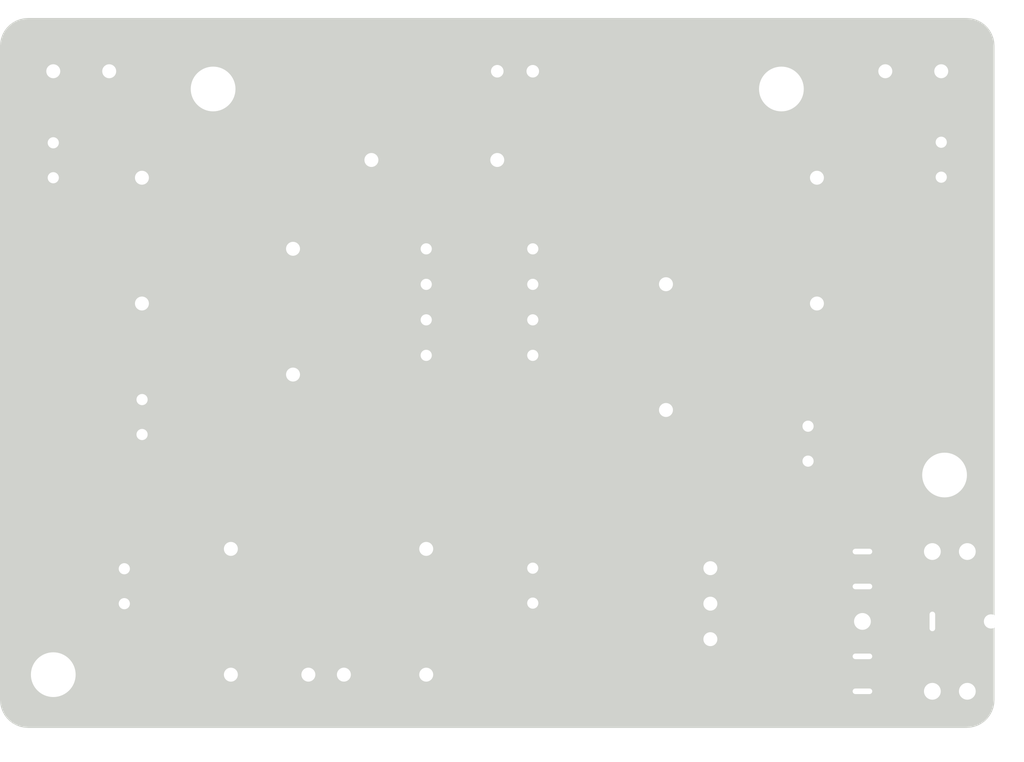
<source format=kicad_pcb>
(kicad_pcb (version 20221018) (generator pcbnew)

  (general
    (thickness 1.6)
  )

  (paper "A4")
  (layers
    (0 "F.Cu" signal)
    (31 "B.Cu" signal)
    (32 "B.Adhes" user "B.Adhesive")
    (33 "F.Adhes" user "F.Adhesive")
    (34 "B.Paste" user)
    (35 "F.Paste" user)
    (36 "B.SilkS" user "B.Silkscreen")
    (37 "F.SilkS" user "F.Silkscreen")
    (38 "B.Mask" user)
    (39 "F.Mask" user)
    (40 "Dwgs.User" user "User.Drawings")
    (41 "Cmts.User" user "User.Comments")
    (42 "Eco1.User" user "User.Eco1")
    (43 "Eco2.User" user "User.Eco2")
    (44 "Edge.Cuts" user)
    (45 "Margin" user)
    (46 "B.CrtYd" user "B.Courtyard")
    (47 "F.CrtYd" user "F.Courtyard")
    (48 "B.Fab" user)
    (49 "F.Fab" user)
    (50 "User.1" user)
    (51 "User.2" user)
    (52 "User.3" user)
    (53 "User.4" user)
    (54 "User.5" user)
    (55 "User.6" user)
    (56 "User.7" user)
    (57 "User.8" user)
    (58 "User.9" user)
  )

  (setup
    (stackup
      (layer "F.SilkS" (type "Top Silk Screen"))
      (layer "F.Paste" (type "Top Solder Paste"))
      (layer "F.Mask" (type "Top Solder Mask") (thickness 0.01))
      (layer "F.Cu" (type "copper") (thickness 0.035))
      (layer "dielectric 1" (type "core") (thickness 1.51) (material "FR4") (epsilon_r 4.5) (loss_tangent 0.02))
      (layer "B.Cu" (type "copper") (thickness 0.035))
      (layer "B.Mask" (type "Bottom Solder Mask") (thickness 0.01))
      (layer "B.Paste" (type "Bottom Solder Paste"))
      (layer "B.SilkS" (type "Bottom Silk Screen"))
      (copper_finish "None")
      (dielectric_constraints no)
    )
    (pad_to_mask_clearance 0)
    (pcbplotparams
      (layerselection 0x00010fc_ffffffff)
      (plot_on_all_layers_selection 0x0000000_00000000)
      (disableapertmacros false)
      (usegerberextensions false)
      (usegerberattributes true)
      (usegerberadvancedattributes true)
      (creategerberjobfile true)
      (dashed_line_dash_ratio 12.000000)
      (dashed_line_gap_ratio 3.000000)
      (svgprecision 4)
      (plotframeref false)
      (viasonmask false)
      (mode 1)
      (useauxorigin false)
      (hpglpennumber 1)
      (hpglpenspeed 20)
      (hpglpendiameter 15.000000)
      (dxfpolygonmode true)
      (dxfimperialunits true)
      (dxfusepcbnewfont true)
      (psnegative false)
      (psa4output false)
      (plotreference true)
      (plotvalue true)
      (plotinvisibletext false)
      (sketchpadsonfab false)
      (subtractmaskfromsilk false)
      (outputformat 1)
      (mirror false)
      (drillshape 1)
      (scaleselection 1)
      (outputdirectory "")
    )
  )

  (net 0 "")
  (net 1 "Net-(C1-Pad1)")
  (net 2 "Net-(C1-Pad2)")
  (net 3 "Net-(C2-Pad1)")
  (net 4 "Net-(C2-Pad2)")
  (net 5 "Net-(J1-Pin_2)")
  (net 6 "Net-(J1-Pin_6)")
  (net 7 "+BATT")
  (net 8 "-BATT")
  (net 9 "Net-(J1-Pin_1)")
  (net 10 "Net-(J1-Pin_7)")
  (net 11 "Net-(D1-A)")
  (net 12 "/Virtual_Ground")
  (net 13 "Net-(C3-Pad1)")
  (net 14 "Net-(C4-Pad1)")
  (net 15 "Net-(J4-Pin_2)")
  (net 16 "Net-(J4-Pin_3)")

  (footprint "Capacitor_THT:CP_Radial_D5.0mm_P2.50mm" (layer "F.Cu") (at 60.96 131.405 90))

  (footprint "Capacitor_THT:CP_Radial_D5.0mm_P2.50mm" (layer "F.Cu") (at 54.61 113.03 90))

  (footprint "MountingHole:MountingHole_3.2mm_M3" (layer "F.Cu") (at 118.347588 134.30438))

  (footprint "Resistor_THT:R_Box_L13.0mm_W4.0mm_P9.00mm" (layer "F.Cu") (at 98.425 129.65 90))

  (footprint "Capacitor_THT:CP_Radial_D5.0mm_P2.50mm" (layer "F.Cu") (at 59.69 143.51 90))

  (footprint "Capacitor_THT:CP_Radial_D5.0mm_P2.50mm" (layer "F.Cu") (at 108.585 133.31 90))

  (footprint "MountingHole:MountingHole_3.2mm_M3" (layer "F.Cu") (at 54.61 148.59))

  (footprint "Capacitor_THT:CP_Radial_D5.0mm_P2.50mm" (layer "F.Cu") (at 88.9 140.97 -90))

  (footprint "Resistor_THT:R_Box_L13.0mm_W4.0mm_P9.00mm" (layer "F.Cu") (at 71.755 118.115 -90))

  (footprint "Resistor_THT:R_Box_L13.0mm_W4.0mm_P9.00mm" (layer "F.Cu") (at 81.28 148.59 90))

  (footprint "MountingHole:MountingHole_3.2mm_M3" (layer "F.Cu") (at 66.04 106.68))

  (footprint "Connector_PinHeader_2.54mm:PinHeader_1x03_P2.54mm_Vertical" (layer "F.Cu") (at 101.6 140.97))

  (footprint "Inductor_THT:L_Radial_D6.0mm_P4.00mm" (layer "F.Cu") (at 118.11 105.41 180))

  (footprint "Package_DIP:DIP-8_W7.62mm_Socket" (layer "F.Cu") (at 81.28 118.12))

  (footprint "Inductor_THT:L_Radial_D6.0mm_P4.00mm" (layer "F.Cu") (at 54.61 105.41))

  (footprint "Resistor_THT:R_Box_L13.0mm_W4.0mm_P9.00mm" (layer "F.Cu") (at 67.31 139.59 -90))

  (footprint "Resistor_THT:R_Box_L13.0mm_W4.0mm_P9.00mm" (layer "F.Cu") (at 109.22 122.03 90))

  (footprint "Resistor_THT:R_Box_L13.0mm_W4.0mm_P9.00mm" (layer "F.Cu") (at 86.36 111.76 180))

  (footprint "Capacitor_THT:CP_Radial_D5.0mm_P2.50mm" (layer "F.Cu") (at 118.11 112.99 90))

  (footprint "Connector_Audio:Jack_3.5mm_CUI_SJ1-3525N_Horizontal" (layer "F.Cu") (at 117.475 144.78 90))

  (footprint "Resistor_THT:R_Box_L13.0mm_W4.0mm_P9.00mm" (layer "F.Cu") (at 60.95 122.03 90))

  (footprint "Connector_PinHeader_2.54mm:PinHeader_1x02_P2.54mm_Vertical" (layer "F.Cu") (at 72.851793 148.588207 90))

  (footprint "MountingHole:MountingHole_3.2mm_M3" (layer "F.Cu") (at 106.68 106.68))

  (footprint "LED_THT:LED_D4.0mm" (layer "F.Cu") (at 88.9 105.41 180))

  (gr_line (start 75.692 136.398) (end 84.582 127.508)
    (stroke (width 0.15) (type dash)) (layer "F.SilkS") (tstamp 252d62c5-6777-4794-8239-99942c9e777b))
  (gr_line (start 85.344 119.126) (end 86.106 118.364)
    (stroke (width 0.15) (type dash)) (layer "F.SilkS") (tstamp 278686ce-2467-41bf-962a-9f48c5d50229))
  (gr_line (start 100.838 123.063) (end 107.188 129.54)
    (stroke (width 0.15) (type dash)) (layer "F.SilkS") (tstamp 3615bbcf-4f41-4793-8e7d-5f465d489651))
  (gr_line (start 72.898 146.558) (end 72.898 134.112)
    (stroke (width 0.15) (type dash)) (layer "F.SilkS") (tstamp 71040e7d-8031-41ad-9073-e30ea62bc754))
  (gr_line (start 86.36 118.11) (end 87.376 118.11)
    (stroke (width 0.15) (type dash)) (layer "F.SilkS") (tstamp 7686eacf-50f4-4053-a718-783623abdc08))
  (gr_line (start 85.09 126.746) (end 85.09 119.38)
    (stroke (width 0.15) (type dash)) (layer "F.SilkS") (tstamp 7a4e64cf-7ce6-47ab-8934-3b33d1a4f1d0))
  (gr_line (start 62.23 127.635) (end 69.469 120.396)
    (stroke (width 0.15) (type dash)) (layer "F.SilkS") (tstamp 91675efa-e5a6-4d09-8818-1fe5465eb9b9))
  (gr_line (start 73.152 133.858) (end 79.756 127.254)
    (stroke (width 0.15) (type dash)) (layer "F.SilkS") (tstamp d7ea0144-4eb4-4a93-8956-faa5cdd868b2))
  (gr_line (start 75.438 146.558) (end 75.438 136.652)
    (stroke (width 0.15) (type dash)) (layer "F.SilkS") (tstamp f9e602e6-bdf7-4f66-9705-843b11d35672))
  (gr_text_box "Electro.Sluch V0.2\nby Chaospott RF~Crew"
    (start 52.07 145.7325) (end 56.515 124.2695) (angle 90) (layer "B.SilkS") (tstamp 2b595b4a-6ef2-4806-8747-6c8d0f79699d)
      (effects (font (size 1 1) (thickness 0.15)) (justify left top mirror))
    (stroke (width 0.15) (type dash_dot))  )

  (segment (start 54.61 113.03) (end 60.95 113.03) (width 1) (layer "F.Cu") (net 1) (tstamp 6f3e2ede-4d29-4883-8503-f4000496a020))
  (segment (start 54.61 110.53) (end 54.61 105.41) (width 1) (layer "F.Cu") (net 2) (tstamp 6795c920-feb0-4fec-9cd4-467ed2c89345))
  (segment (start 109.26 112.99) (end 109.22 113.03) (width 0.3) (layer "F.Cu") (net 3) (tstamp 58731730-eebb-406f-a430-30c5f7eec894))
  (segment (start 118.11 112.99) (end 109.26 112.99) (width 1) (layer "F.Cu") (net 3) (tstamp ca5df236-0719-480e-ad21-50752f4d3bbd))
  (segment (start 118.11 110.49) (end 118.11 105.41) (width 1) (layer "F.Cu") (net 4) (tstamp 6629187e-8e23-4251-b59d-5a8e97f8a1cd))
  (segment (start 71.755 127.115) (end 66.67 122.03) (width 1) (layer "F.Cu") (net 5) (tstamp 29f1f83d-8161-47bc-935d-78b560721ee3))
  (segment (start 78.21 120.66) (end 71.755 127.115) (width 1) (layer "F.Cu") (net 5) (tstamp 3fa72222-17d5-41e2-9685-bfffc82ebd0d))
  (segment (start 66.67 122.03) (end 60.95 122.03) (width 1) (layer "F.Cu") (net 5) (tstamp 7f941dc8-4ec4-4af7-b593-6af67d4faa3c))
  (segment (start 81.28 120.66) (end 78.21 120.66) (width 1) (layer "F.Cu") (net 5) (tstamp 8c68643a-6697-49f4-8872-98ad3445d2d9))
  (segment (start 98.425 129.65) (end 106.045 122.03) (width 1) (layer "F.Cu") (net 6) (tstamp 1282f802-7189-4488-bf32-0bd701973ee7))
  (segment (start 106.045 122.03) (end 109.22 122.03) (width 1) (layer "F.Cu") (net 6) (tstamp 68193069-5b2a-4b99-b7fd-08dbfc0bab88))
  (segment (start 88.9 123.2) (end 91.975 123.2) (width 1) (layer "F.Cu") (net 6) (tstamp 6c5e9bf0-0575-45c0-9ffb-859bfc8f1e49))
  (segment (start 91.975 123.2) (end 98.425 129.65) (width 1) (layer "F.Cu") (net 6) (tstamp ec693ef0-8853-4007-b130-3f65efef2c0c))
  (segment (start 67.308207 148.588207) (end 62.23 143.51) (width 1) (layer "F.Cu") (net 7) (tstamp 05d88692-93e5-4572-a76b-8c74bfa9a65c))
  (segment (start 72.851793 148.588207) (end 67.308207 148.588207) (width 1) (layer "F.Cu") (net 7) (tstamp 1755859a-50fe-464d-a385-af26227d4cce))
  (segment (start 62.23 143.51) (end 59.69 143.51) (width 1) (layer "F.Cu") (net 7) (tstamp 6d8ccf3d-ed1f-435e-ab56-c8d60ee09ecc))
  (segment (start 81.28 125.74) (end 72.851793 134.168207) (width 1) (layer "B.Cu") (net 7) (tstamp 121349f9-058a-42f2-96eb-f10373431ef6))
  (segment (start 72.851793 134.168207) (end 72.851793 148.588207) (width 1) (layer "B.Cu") (net 7) (tstamp 2b368697-9e57-4082-b1ff-dd0dd3a30140))
  (segment (start 88.9 105.41) (end 88.9 118.12) (width 1) (layer "F.Cu") (net 8) (tstamp 2eb12d70-766e-4e10-a073-be92c620ba34))
  (segment (start 81.28 148.59) (end 86.4 143.47) (width 1) (layer "F.Cu") (net 8) (tstamp 2ee6caa8-96d8-4a12-bfa6-3749823570f0))
  (segment (start 86.4 143.47) (end 88.9 143.47) (width 1) (layer "F.Cu") (net 8) (tstamp 4081b721-1f41-4c14-a860-f8298f26577d))
  (segment (start 81.278207 148.588207) (end 81.28 148.59) (width 1) (layer "F.Cu") (net 8) (tstamp 5b431be5-6d20-44ec-8dab-62c36157ce76))
  (segment (start 75.391793 148.588207) (end 81.278207 148.588207) (width 1) (layer "F.Cu") (net 8) (tstamp 84be818b-0cab-4dbe-9f45-f17ffdc49232))
  (segment (start 85.09 127) (end 85.09 119.38) (width 1) (layer "B.Cu") (net 8) (tstamp 1b9d8133-d0ea-4557-abe4-19b4c2bfb586))
  (segment (start 75.391793 136.698207) (end 85.09 127) (width 1) (layer "B.Cu") (net 8) (tstamp 31f59499-8af4-4c09-82c8-bceee157b695))
  (segment (start 86.36 118.11) (end 86.37 118.12) (width 1) (layer "B.Cu") (net 8) (tstamp 49e485ae-c58b-4919-97ad-d340b88dfa17))
  (segment (start 86.37 118.12) (end 88.9 118.12) (width 1) (layer "B.Cu") (net 8) (tstamp 8bda8901-fd56-45a7-ae4b-f380b031e923))
  (segment (start 85.09 119.38) (end 86.36 118.11) (width 1) (layer "B.Cu") (net 8) (tstamp b2c7df33-170f-4b93-b201-c12774e5b456))
  (segment (start 75.391793 148.588207) (end 75.391793 136.698207) (width 1) (layer "B.Cu") (net 8) (tstamp cf913384-817f-45dc-bbf2-dd00fbe52aac))
  (segment (start 81.28 118.12) (end 71.76 118.12) (width 1) (layer "F.Cu") (net 9) (tstamp a8b3ea22-e653-41be-a1c7-4fb269411ecd))
  (segment (start 71.76 118.12) (end 71.755 118.115) (width 1) (layer "F.Cu") (net 9) (tstamp f8f87771-6e4a-4689-aa7f-8f344f28690e))
  (segment (start 60.965 128.905) (end 60.96 128.905) (width 1) (layer "B.Cu") (net 9) (tstamp 0de91066-c1a7-431d-872a-73aabc03cc16))
  (segment (start 71.755 118.115) (end 60.965 128.905) (width 1) (layer "B.Cu") (net 9) (tstamp b57b2a73-021c-48b4-bd5d-01880d826541))
  (segment (start 98.415 120.66) (end 98.425 120.65) (width 0.3) (layer "F.Cu") (net 10) (tstamp b1e9fe59-ea7c-48fe-85f9-dcad96ccc433))
  (segment (start 88.9 120.66) (end 98.415 120.66) (width 1) (layer "F.Cu") (net 10) (tstamp fe6ae9ed-02b4-404f-8a32-cf3ac99412de))
  (segment (start 98.425 120.645) (end 108.585 130.805) (width 1) (layer "B.Cu") (net 10) (tstamp 339e242c-7733-4d4e-bd51-e7260fad548c))
  (segment (start 108.585 130.805) (end 108.585 130.81) (width 1) (layer "B.Cu") (net 10) (tstamp 6e012557-405b-477c-8a57-da96e879e33a))
  (segment (start 86.36 105.41) (end 86.36 111.76) (width 1) (layer "F.Cu") (net 11) (tstamp 2b22b974-b217-48f9-ae72-9378049d34f8))
  (segment (start 109.935 139.78) (end 106.045 135.89) (width 1) (layer "F.Cu") (net 13) (tstamp 14ad1782-edd3-463f-9289-a86e0e33ad96))
  (segment (start 106.045 135.89) (end 96.52 135.89) (width 1) (layer "F.Cu") (net 13) (tstamp 3f176a82-4db6-4010-a8bd-2b20f8e96047))
  (segment (start 96.52 135.89) (end 92.075 131.445) (width 1) (layer "F.Cu") (net 13) (tstamp 653c86f7-aea8-47d7-a0c6-38d6042ab8c5))
  (segment (start 112.475 139.78) (end 109.935 139.78) (width 1) (layer "F.Cu") (net 13) (tstamp bf7c9d52-ac67-4cfc-b6b9-fa7ecd2c0371))
  (segment (start 61 131.445) (end 60.96 131.405) (width 1) (layer "F.Cu") (net 13) (tstamp cb270061-5536-4456-9411-00d40d4dbb99))
  (segment (start 92.075 131.445) (end 61 131.445) (width 1) (layer "F.Cu") (net 13) (tstamp cdf73a89-6ab1-477b-a717-d9593cb099d7))
  (segment (start 114.935 136.525) (end 114.935 148.59) (width 1) (layer "F.Cu") (net 14) (tstamp 4916b53f-ce8c-4f02-8488-cd3f754bcbeb))
  (segment (start 108.585 133.31) (end 111.72 133.31) (width 1) (layer "F.Cu") (net 14) (tstamp 82aa1081-bf34-470d-af7c-22a6159df7db))
  (segment (start 111.72 133.31) (end 114.935 136.525) (width 1) (layer "F.Cu") (net 14) (tstamp 83314024-95d3-46fd-ad45-0c7d59e36934))
  (segment (start 114.935 148.59) (end 113.745 149.78) (width 1) (layer "F.Cu") (net 14) (tstamp d679f2a8-dd21-4b81-bd91-198722b5a5db))
  (segment (start 113.745 149.78) (end 112.475 149.78) (width 1) (layer "F.Cu") (net 14) (tstamp ecf961e9-3578-4eea-a80e-b1fd390063e7))
  (segment (start 112.555 149.86) (end 112.475 149.78) (width 1) (layer "B.Cu") (net 14) (tstamp e09d6a6d-5813-49da-9c9b-f1dc724e437c))
  (segment (start 111.125 142.24) (end 111.165 142.28) (width 1) (layer "F.Cu") (net 15) (tstamp 07de47dd-980f
... [421935 chars truncated]
</source>
